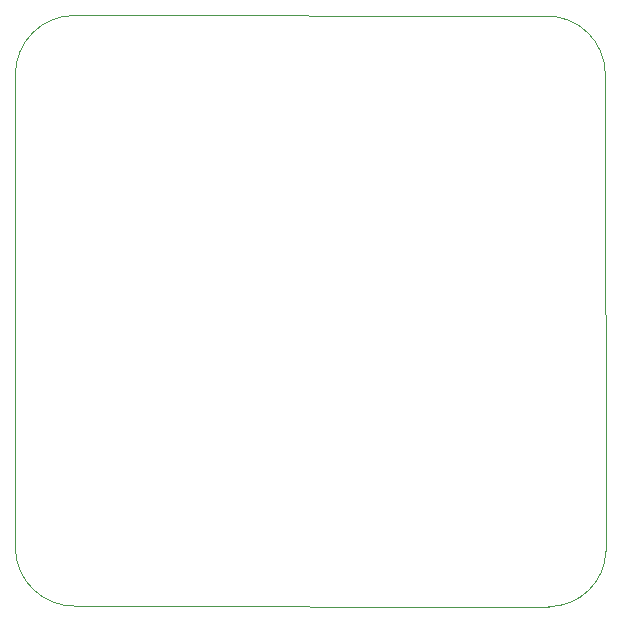
<source format=gbr>
%TF.GenerationSoftware,KiCad,Pcbnew,(7.0.0)*%
%TF.CreationDate,2023-03-16T13:26:24+02:00*%
%TF.ProjectId,FabAcademyWeek6EleDesignoneway,46616241-6361-4646-956d-795765656b36,rev?*%
%TF.SameCoordinates,Original*%
%TF.FileFunction,Profile,NP*%
%FSLAX46Y46*%
G04 Gerber Fmt 4.6, Leading zero omitted, Abs format (unit mm)*
G04 Created by KiCad (PCBNEW (7.0.0)) date 2023-03-16 13:26:24*
%MOMM*%
%LPD*%
G01*
G04 APERTURE LIST*
%TA.AperFunction,Profile*%
%ADD10C,0.100000*%
%TD*%
G04 APERTURE END LIST*
D10*
X100000000Y-25000000D02*
G75*
G03*
X95000000Y-30000000I0J-5000000D01*
G01*
X95000001Y-70300000D02*
X95000000Y-30000000D01*
X140150000Y-75052319D02*
X100000000Y-75008991D01*
X140150000Y-75052319D02*
G75*
G03*
X145000000Y-70350000I0J4852319D01*
G01*
X144949999Y-29950000D02*
X145000000Y-70350000D01*
X144949999Y-29950000D02*
G75*
G03*
X140000000Y-25049748I-4949999J-50000D01*
G01*
X95000001Y-70300000D02*
G75*
G03*
X100000000Y-75008991I4999999J300000D01*
G01*
X100000000Y-25000000D02*
X140000000Y-25049748D01*
M02*

</source>
